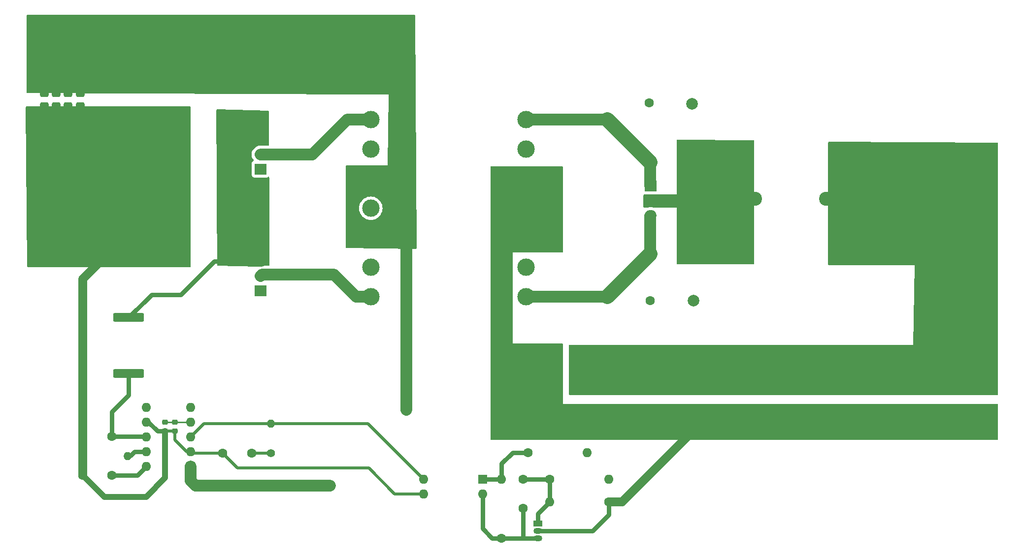
<source format=gbr>
%TF.GenerationSoftware,KiCad,Pcbnew,7.0.2*%
%TF.CreationDate,2023-06-13T00:04:42+03:00*%
%TF.ProjectId,Push_Pull,50757368-5f50-4756-9c6c-2e6b69636164,rev?*%
%TF.SameCoordinates,Original*%
%TF.FileFunction,Copper,L2,Bot*%
%TF.FilePolarity,Positive*%
%FSLAX46Y46*%
G04 Gerber Fmt 4.6, Leading zero omitted, Abs format (unit mm)*
G04 Created by KiCad (PCBNEW 7.0.2) date 2023-06-13 00:04:42*
%MOMM*%
%LPD*%
G01*
G04 APERTURE LIST*
G04 Aperture macros list*
%AMRoundRect*
0 Rectangle with rounded corners*
0 $1 Rounding radius*
0 $2 $3 $4 $5 $6 $7 $8 $9 X,Y pos of 4 corners*
0 Add a 4 corners polygon primitive as box body*
4,1,4,$2,$3,$4,$5,$6,$7,$8,$9,$2,$3,0*
0 Add four circle primitives for the rounded corners*
1,1,$1+$1,$2,$3*
1,1,$1+$1,$4,$5*
1,1,$1+$1,$6,$7*
1,1,$1+$1,$8,$9*
0 Add four rect primitives between the rounded corners*
20,1,$1+$1,$2,$3,$4,$5,0*
20,1,$1+$1,$4,$5,$6,$7,0*
20,1,$1+$1,$6,$7,$8,$9,0*
20,1,$1+$1,$8,$9,$2,$3,0*%
G04 Aperture macros list end*
%TA.AperFunction,ComponentPad*%
%ADD10R,2.000000X1.905000*%
%TD*%
%TA.AperFunction,ComponentPad*%
%ADD11O,2.000000X1.905000*%
%TD*%
%TA.AperFunction,ComponentPad*%
%ADD12R,1.600000X1.600000*%
%TD*%
%TA.AperFunction,ComponentPad*%
%ADD13C,1.600000*%
%TD*%
%TA.AperFunction,ComponentPad*%
%ADD14O,1.600000X1.600000*%
%TD*%
%TA.AperFunction,ComponentPad*%
%ADD15C,1.400000*%
%TD*%
%TA.AperFunction,ComponentPad*%
%ADD16O,1.400000X1.400000*%
%TD*%
%TA.AperFunction,ComponentPad*%
%ADD17C,3.000000*%
%TD*%
%TA.AperFunction,ComponentPad*%
%ADD18C,2.000000*%
%TD*%
%TA.AperFunction,ComponentPad*%
%ADD19R,1.500000X1.050000*%
%TD*%
%TA.AperFunction,ComponentPad*%
%ADD20O,1.500000X1.050000*%
%TD*%
%TA.AperFunction,ComponentPad*%
%ADD21C,2.400000*%
%TD*%
%TA.AperFunction,SMDPad,CuDef*%
%ADD22RoundRect,0.250000X0.475000X-0.250000X0.475000X0.250000X-0.475000X0.250000X-0.475000X-0.250000X0*%
%TD*%
%TA.AperFunction,SMDPad,CuDef*%
%ADD23RoundRect,0.250001X2.399999X-0.487499X2.399999X0.487499X-2.399999X0.487499X-2.399999X-0.487499X0*%
%TD*%
%TA.AperFunction,SMDPad,CuDef*%
%ADD24RoundRect,0.225000X-0.250000X0.225000X-0.250000X-0.225000X0.250000X-0.225000X0.250000X0.225000X0*%
%TD*%
%TA.AperFunction,SMDPad,CuDef*%
%ADD25RoundRect,0.249999X-0.450001X-1.425001X0.450001X-1.425001X0.450001X1.425001X-0.450001X1.425001X0*%
%TD*%
%TA.AperFunction,ViaPad*%
%ADD26C,1.500000*%
%TD*%
%TA.AperFunction,Conductor*%
%ADD27C,1.500000*%
%TD*%
%TA.AperFunction,Conductor*%
%ADD28C,0.500000*%
%TD*%
%TA.AperFunction,Conductor*%
%ADD29C,1.000000*%
%TD*%
%TA.AperFunction,Conductor*%
%ADD30C,0.800000*%
%TD*%
%TA.AperFunction,Conductor*%
%ADD31C,0.250000*%
%TD*%
%TA.AperFunction,Conductor*%
%ADD32C,2.000000*%
%TD*%
%TA.AperFunction,Conductor*%
%ADD33C,2.500000*%
%TD*%
G04 APERTURE END LIST*
D10*
%TO.P,Q1,1,G*%
%TO.N,/G1*%
X144836000Y-55499000D03*
D11*
%TO.P,Q1,2,D*%
%TO.N,/SW1D*%
X144836000Y-52959000D03*
%TO.P,Q1,3,S*%
%TO.N,/Rsh*%
X144836000Y-50419000D03*
%TD*%
D12*
%TO.P,C13,1*%
%TO.N,Vout*%
X206756000Y-92777698D03*
D13*
%TO.P,C13,2*%
%TO.N,GND2*%
X206756000Y-97777698D03*
%TD*%
%TO.P,R11,1*%
%TO.N,Net-(U3-K)*%
X186309000Y-118999000D03*
D14*
%TO.P,R11,2*%
%TO.N,Net-(R11-Pad2)*%
X186309000Y-108839000D03*
%TD*%
D15*
%TO.P,R13,1*%
%TO.N,Net-(C16-Pad2)*%
X146685000Y-104394000D03*
D16*
%TO.P,R13,2*%
%TO.N,/comp*%
X146685000Y-99314000D03*
%TD*%
D13*
%TO.P,R9,1*%
%TO.N,/Vref*%
X194564000Y-108839000D03*
D14*
%TO.P,R9,2*%
%TO.N,Vout*%
X204724000Y-108839000D03*
%TD*%
D17*
%TO.P,U2,1*%
%TO.N,/SW1D*%
X163830000Y-46990000D03*
%TO.P,U2,2*%
%TO.N,N/C*%
X163830000Y-52070000D03*
%TO.P,U2,3*%
%TO.N,VDC*%
X163830000Y-57150000D03*
%TO.P,U2,4*%
%TO.N,N/C*%
X163830000Y-62230000D03*
%TO.P,U2,5*%
%TO.N,VDC*%
X163830000Y-67310000D03*
%TO.P,U2,6*%
%TO.N,N/C*%
X163830000Y-72390000D03*
%TO.P,U2,7*%
%TO.N,/SW2D*%
X163830000Y-77470000D03*
%TO.P,U2,8*%
%TO.N,/VD2*%
X190500000Y-77470000D03*
%TO.P,U2,9*%
%TO.N,N/C*%
X190500000Y-72390000D03*
%TO.P,U2,10*%
%TO.N,GND2*%
X190500000Y-67310000D03*
%TO.P,U2,11*%
X190500000Y-62230000D03*
%TO.P,U2,12*%
X190500000Y-57150000D03*
%TO.P,U2,13*%
%TO.N,N/C*%
X190500000Y-52070000D03*
%TO.P,U2,14*%
%TO.N,/VD1*%
X190500000Y-46990000D03*
%TD*%
D13*
%TO.P,R21,1*%
%TO.N,Net-(C21-Pad2)*%
X211836000Y-78105000D03*
D14*
%TO.P,R21,2*%
%TO.N,/VD2*%
X211836000Y-67945000D03*
%TD*%
D13*
%TO.P,R20,1*%
%TO.N,Net-(C20-Pad2)*%
X211709000Y-44069000D03*
D14*
%TO.P,R20,2*%
%TO.N,/VD1*%
X211709000Y-54229000D03*
%TD*%
D12*
%TO.P,C4,1*%
%TO.N,VDC*%
X128524000Y-41529000D03*
D13*
%TO.P,C4,2*%
%TO.N,GND*%
X128524000Y-46529000D03*
%TD*%
%TO.P,C3,1*%
%TO.N,GND*%
X114340000Y-108204000D03*
%TO.P,C3,2*%
%TO.N,Net-(U1-SS)*%
X119340000Y-108204000D03*
%TD*%
D18*
%TO.P,C20,1*%
%TO.N,/Vsw-out*%
X219075000Y-51756000D03*
%TO.P,C20,2*%
%TO.N,Net-(C20-Pad2)*%
X219075000Y-44256000D03*
%TD*%
D13*
%TO.P,C10,1*%
%TO.N,/CS*%
X119300000Y-101473000D03*
%TO.P,C10,2*%
%TO.N,GND*%
X114300000Y-101473000D03*
%TD*%
%TO.P,R10,1*%
%TO.N,GND2*%
X204724000Y-112776000D03*
D14*
%TO.P,R10,2*%
%TO.N,/Vref*%
X194564000Y-112776000D03*
%TD*%
D18*
%TO.P,C21,1*%
%TO.N,/Vsw-out*%
X219329000Y-70672000D03*
%TO.P,C21,2*%
%TO.N,Net-(C21-Pad2)*%
X219329000Y-78172000D03*
%TD*%
D12*
%TO.P,C11,1*%
%TO.N,Vout*%
X230886000Y-92720349D03*
D13*
%TO.P,C11,2*%
%TO.N,GND2*%
X230886000Y-97720349D03*
%TD*%
D12*
%TO.P,C14,1*%
%TO.N,Vout*%
X199633651Y-92837000D03*
D13*
%TO.P,C14,2*%
%TO.N,GND2*%
X194633651Y-92837000D03*
%TD*%
D12*
%TO.P,C5,1*%
%TO.N,VDC*%
X119888000Y-41656000D03*
D13*
%TO.P,C5,2*%
%TO.N,GND*%
X119888000Y-46656000D03*
%TD*%
D12*
%TO.P,C12,1*%
%TO.N,Vout*%
X219456000Y-92720349D03*
D13*
%TO.P,C12,2*%
%TO.N,GND2*%
X219456000Y-97720349D03*
%TD*%
D12*
%TO.P,C1,1*%
%TO.N,Vout*%
X252476000Y-92720349D03*
D13*
%TO.P,C1,2*%
%TO.N,GND2*%
X252476000Y-97720349D03*
%TD*%
%TO.P,C16,1*%
%TO.N,GND*%
X138343000Y-104394000D03*
%TO.P,C16,2*%
%TO.N,Net-(C16-Pad2)*%
X143343000Y-104394000D03*
%TD*%
D19*
%TO.P,U3,1,REF*%
%TO.N,/Vref*%
X192553000Y-116459000D03*
D20*
%TO.P,U3,2,A*%
%TO.N,GND2*%
X192553000Y-117729000D03*
%TO.P,U3,3,K*%
%TO.N,Net-(U3-K)*%
X192553000Y-118999000D03*
%TD*%
D12*
%TO.P,U1,1,Vin*%
%TO.N,VDC*%
X132857000Y-106675000D03*
D14*
%TO.P,U1,2,Vfb*%
%TO.N,GND*%
X132857000Y-104135000D03*
%TO.P,U1,3,Comp*%
%TO.N,/comp*%
X132857000Y-101595000D03*
%TO.P,U1,4,Vcc*%
%TO.N,Net-(U1-Vcc)*%
X132857000Y-99055000D03*
%TO.P,U1,5,OUT1*%
%TO.N,/OUT2*%
X132857000Y-96515000D03*
%TO.P,U1,6,OUT2*%
%TO.N,/OUT1*%
X125237000Y-96515000D03*
%TO.P,U1,7,GND*%
%TO.N,GND*%
X125237000Y-99055000D03*
%TO.P,U1,8,CS*%
%TO.N,/CS*%
X125237000Y-101595000D03*
%TO.P,U1,9,RT*%
%TO.N,Net-(U1-RT)*%
X125237000Y-104135000D03*
%TO.P,U1,10,SS*%
%TO.N,Net-(U1-SS)*%
X125237000Y-106675000D03*
%TD*%
D13*
%TO.P,C15,1*%
%TO.N,Net-(U3-K)*%
X189992000Y-113879000D03*
%TO.P,C15,2*%
%TO.N,/Vref*%
X189992000Y-108879000D03*
%TD*%
D10*
%TO.P,Q2,1,G*%
%TO.N,/G2*%
X144836000Y-76454000D03*
D11*
%TO.P,Q2,2,D*%
%TO.N,/SW2D*%
X144836000Y-73914000D03*
%TO.P,Q2,3,S*%
%TO.N,/Rsh*%
X144836000Y-71374000D03*
%TD*%
D10*
%TO.P,D1,1,K*%
%TO.N,/VD1*%
X211911000Y-58420000D03*
D11*
%TO.P,D1,2,A*%
%TO.N,/Vsw-out*%
X211911000Y-60960000D03*
%TO.P,D1,3,K*%
%TO.N,/VD2*%
X211911000Y-63500000D03*
%TD*%
D12*
%TO.P,C2,1*%
%TO.N,Vout*%
X241935000Y-92720349D03*
D13*
%TO.P,C2,2*%
%TO.N,GND2*%
X241935000Y-97720349D03*
%TD*%
%TO.P,R12,1*%
%TO.N,Net-(R11-Pad2)*%
X190881000Y-104267000D03*
D14*
%TO.P,R12,2*%
%TO.N,Vout*%
X201041000Y-104267000D03*
%TD*%
D15*
%TO.P,R5,1*%
%TO.N,GND*%
X114427000Y-104902000D03*
D16*
%TO.P,R5,2*%
%TO.N,Net-(U1-RT)*%
X122047000Y-104902000D03*
%TD*%
D21*
%TO.P,L1,1,1*%
%TO.N,/Vsw-out*%
X229866000Y-60579000D03*
%TO.P,L1,2,2*%
%TO.N,Vout*%
X242066000Y-60579000D03*
%TD*%
D22*
%TO.P,C17,1*%
%TO.N,GND*%
X111760000Y-44511000D03*
%TO.P,C17,2*%
%TO.N,VDC*%
X111760000Y-42611000D03*
%TD*%
D23*
%TO.P,R8,1*%
%TO.N,/CS*%
X122174000Y-90664500D03*
%TO.P,R8,2*%
%TO.N,/Rsh*%
X122174000Y-81039500D03*
%TD*%
D22*
%TO.P,C7,1*%
%TO.N,GND*%
X109728000Y-44511000D03*
%TO.P,C7,2*%
%TO.N,VDC*%
X109728000Y-42611000D03*
%TD*%
D24*
%TO.P,C8,1*%
%TO.N,Net-(U1-Vcc)*%
X128473000Y-99047000D03*
%TO.P,C8,2*%
%TO.N,GND*%
X128473000Y-100597000D03*
%TD*%
%TO.P,C9,1*%
%TO.N,Net-(U1-Vcc)*%
X130175000Y-99047000D03*
%TO.P,C9,2*%
%TO.N,GND*%
X130175000Y-100597000D03*
%TD*%
D25*
%TO.P,R6,1*%
%TO.N,GND*%
X131951000Y-58674000D03*
%TO.P,R6,2*%
%TO.N,/Rsh*%
X138051000Y-58674000D03*
%TD*%
D22*
%TO.P,C22,1*%
%TO.N,GND*%
X113919000Y-44511000D03*
%TO.P,C22,2*%
%TO.N,VDC*%
X113919000Y-42611000D03*
%TD*%
%TO.P,C6,1*%
%TO.N,GND*%
X107696000Y-44511000D03*
%TO.P,C6,2*%
%TO.N,VDC*%
X107696000Y-42611000D03*
%TD*%
D12*
%TO.P,U4,1*%
%TO.N,Net-(R11-Pad2)*%
X183027000Y-108834000D03*
D14*
%TO.P,U4,2*%
%TO.N,Net-(U3-K)*%
X183027000Y-111374000D03*
%TO.P,U4,3*%
%TO.N,GND*%
X172867000Y-111374000D03*
%TO.P,U4,4*%
%TO.N,/comp*%
X172867000Y-108834000D03*
%TD*%
D25*
%TO.P,R7,1*%
%TO.N,GND*%
X131951000Y-65024000D03*
%TO.P,R7,2*%
%TO.N,/Rsh*%
X138051000Y-65024000D03*
%TD*%
D26*
%TO.N,VDC*%
X169926000Y-96901000D03*
X156845000Y-109982000D03*
%TD*%
D27*
%TO.N,GND*%
X114340000Y-108204000D02*
X114340000Y-101513000D01*
D28*
X130175000Y-100597000D02*
X130175000Y-102108000D01*
D27*
X132862000Y-104140000D02*
X132857000Y-104135000D01*
D28*
X138343000Y-104394000D02*
X140890000Y-106941000D01*
D29*
X125222000Y-111887000D02*
X128473000Y-108636000D01*
D28*
X163456000Y-106941000D02*
X167889000Y-111374000D01*
D27*
X114300000Y-74422000D02*
X114300000Y-101473000D01*
X114340000Y-101513000D02*
X114300000Y-101473000D01*
D29*
X114340000Y-108204000D02*
X118023000Y-111887000D01*
D28*
X133116000Y-104394000D02*
X132857000Y-104135000D01*
D27*
X131951000Y-65024000D02*
X123698000Y-65024000D01*
D30*
X127140000Y-100597000D02*
X128473000Y-100597000D01*
D28*
X128473000Y-100597000D02*
X130175000Y-100597000D01*
D30*
X125598000Y-99055000D02*
X127140000Y-100597000D01*
D28*
X130175000Y-102108000D02*
X132202000Y-104135000D01*
D27*
X123698000Y-65024000D02*
X114300000Y-74422000D01*
D28*
X132202000Y-104135000D02*
X132857000Y-104135000D01*
X138343000Y-104394000D02*
X133116000Y-104394000D01*
D29*
X118023000Y-111887000D02*
X125222000Y-111887000D01*
D28*
X167889000Y-111374000D02*
X172867000Y-111374000D01*
X140890000Y-106941000D02*
X163456000Y-106941000D01*
D29*
X128473000Y-108636000D02*
X128473000Y-100597000D01*
D30*
X125237000Y-99055000D02*
X125598000Y-99055000D01*
%TO.N,Net-(U1-RT)*%
X122047000Y-104775000D02*
X122555000Y-104775000D01*
X122555000Y-104775000D02*
X123195000Y-104135000D01*
X123195000Y-104135000D02*
X125237000Y-104135000D01*
%TO.N,/CS*%
X119300000Y-101473000D02*
X119300000Y-97235000D01*
D31*
X125115000Y-101473000D02*
X125237000Y-101595000D01*
D30*
X119300000Y-97235000D02*
X122174000Y-94361000D01*
X119427000Y-101473000D02*
X125115000Y-101473000D01*
X122174000Y-94361000D02*
X122174000Y-90664500D01*
%TO.N,/Vref*%
X194524000Y-108879000D02*
X194564000Y-108839000D01*
X189992000Y-108879000D02*
X194524000Y-108879000D01*
X194564000Y-112776000D02*
X194564000Y-108839000D01*
X192553000Y-114787000D02*
X194564000Y-112776000D01*
X192553000Y-116459000D02*
X192553000Y-114787000D01*
%TO.N,GND2*%
X204724000Y-114935000D02*
X201930000Y-117729000D01*
X201930000Y-117729000D02*
X192553000Y-117729000D01*
X204724000Y-112776000D02*
X204724000Y-114935000D01*
D27*
X207010000Y-112776000D02*
X219456000Y-100330000D01*
X219456000Y-100330000D02*
X219456000Y-97720349D01*
X204724000Y-112776000D02*
X207010000Y-112776000D01*
D30*
%TO.N,Net-(U3-K)*%
X183027000Y-117368000D02*
X183027000Y-111374000D01*
X186309000Y-118999000D02*
X184658000Y-118999000D01*
X189992000Y-113879000D02*
X189992000Y-118999000D01*
X184658000Y-118999000D02*
X183027000Y-117368000D01*
X192553000Y-118999000D02*
X189992000Y-118999000D01*
X189992000Y-118999000D02*
X186309000Y-118999000D01*
%TO.N,Net-(R11-Pad2)*%
X186304000Y-108834000D02*
X186309000Y-108839000D01*
X186309000Y-106172000D02*
X186309000Y-108839000D01*
X190881000Y-104267000D02*
X188214000Y-104267000D01*
X183027000Y-108834000D02*
X186304000Y-108834000D01*
X188214000Y-104267000D02*
X186309000Y-106172000D01*
D31*
%TO.N,Net-(U1-Vcc)*%
X132857000Y-99055000D02*
X130183000Y-99055000D01*
X130183000Y-99055000D02*
X130175000Y-99047000D01*
X130175000Y-99047000D02*
X128473000Y-99047000D01*
D30*
%TO.N,Net-(U1-SS)*%
X119340000Y-108204000D02*
X123708000Y-108204000D01*
X123708000Y-108204000D02*
X125237000Y-106675000D01*
D32*
%TO.N,/VD1*%
X190500000Y-46990000D02*
X204474000Y-46990000D01*
D33*
X204474000Y-46990000D02*
X211840000Y-54356000D01*
D32*
X211840000Y-54356000D02*
X211840000Y-58349000D01*
%TO.N,/VD2*%
X211840000Y-70104000D02*
X211840000Y-63571000D01*
D33*
X204474000Y-77470000D02*
X211840000Y-70104000D01*
D32*
X190500000Y-77470000D02*
X204474000Y-77470000D01*
%TO.N,/SW1D*%
X159766000Y-46990000D02*
X153797000Y-52959000D01*
X153797000Y-52959000D02*
X144836000Y-52959000D01*
X163830000Y-46990000D02*
X159766000Y-46990000D01*
D30*
%TO.N,/Rsh*%
X131191000Y-77089000D02*
X126124500Y-77089000D01*
X136906000Y-71374000D02*
X131191000Y-77089000D01*
X144836000Y-71374000D02*
X136906000Y-71374000D01*
X126124500Y-77089000D02*
X122174000Y-81039500D01*
D32*
%TO.N,/SW2D*%
X145090000Y-73660000D02*
X157480000Y-73660000D01*
X144836000Y-73914000D02*
X145090000Y-73660000D01*
X157480000Y-73660000D02*
X161290000Y-77470000D01*
X161290000Y-77470000D02*
X163830000Y-77470000D01*
%TO.N,VDC*%
X169926000Y-67310000D02*
X169926000Y-96901000D01*
X163830000Y-67310000D02*
X169926000Y-67310000D01*
X133731000Y-109982000D02*
X132857000Y-109108000D01*
X132857000Y-109108000D02*
X132857000Y-106675000D01*
X156845000Y-109982000D02*
X133731000Y-109982000D01*
D28*
%TO.N,Net-(C16-Pad2)*%
X143343000Y-104394000D02*
X146431000Y-104394000D01*
%TO.N,/comp*%
X135138000Y-99314000D02*
X132857000Y-101595000D01*
X163347000Y-99314000D02*
X146431000Y-99314000D01*
X172867000Y-108834000D02*
X163347000Y-99314000D01*
X146431000Y-99314000D02*
X135138000Y-99314000D01*
%TD*%
%TA.AperFunction,Conductor*%
%TO.N,VDC*%
G36*
X171393818Y-28975685D02*
G01*
X171439573Y-29028489D01*
X171450777Y-29079218D01*
X171703204Y-69088911D01*
X171683942Y-69156073D01*
X171631428Y-69202160D01*
X171577914Y-69213686D01*
X159634708Y-69089278D01*
X159567878Y-69068896D01*
X159522675Y-69015619D01*
X159512000Y-68965285D01*
X159512000Y-62230000D01*
X161824389Y-62230000D01*
X161844804Y-62515429D01*
X161905629Y-62795041D01*
X161905631Y-62795046D01*
X161984420Y-63006288D01*
X162005634Y-63063163D01*
X162142772Y-63314313D01*
X162228517Y-63428854D01*
X162314261Y-63543395D01*
X162516605Y-63745739D01*
X162608904Y-63814833D01*
X162745686Y-63917227D01*
X162885435Y-63993535D01*
X162996839Y-64054367D01*
X163264954Y-64154369D01*
X163264957Y-64154369D01*
X163264958Y-64154370D01*
X163317217Y-64165738D01*
X163544572Y-64215196D01*
X163830000Y-64235610D01*
X164115428Y-64215196D01*
X164395046Y-64154369D01*
X164663161Y-64054367D01*
X164914315Y-63917226D01*
X165143395Y-63745739D01*
X165345739Y-63543395D01*
X165517226Y-63314315D01*
X165654367Y-63063161D01*
X165754369Y-62795046D01*
X165815196Y-62515428D01*
X165835610Y-62230000D01*
X165815196Y-61944572D01*
X165754369Y-61664954D01*
X165654367Y-61396839D01*
X165517226Y-61145685D01*
X165345739Y-60916605D01*
X165143395Y-60714261D01*
X165028855Y-60628517D01*
X164914313Y-60542772D01*
X164663163Y-60405634D01*
X164663162Y-60405633D01*
X164663161Y-60405633D01*
X164395046Y-60305631D01*
X164395041Y-60305629D01*
X164115429Y-60244804D01*
X163830000Y-60224389D01*
X163544570Y-60244804D01*
X163264958Y-60305629D01*
X162996836Y-60405634D01*
X162745686Y-60542772D01*
X162516602Y-60714263D01*
X162314263Y-60916602D01*
X162142772Y-61145686D01*
X162005634Y-61396836D01*
X161905629Y-61664958D01*
X161844804Y-61944570D01*
X161824389Y-62230000D01*
X159512000Y-62230000D01*
X159512000Y-54988000D01*
X159531685Y-54920961D01*
X159584489Y-54875206D01*
X159636000Y-54864000D01*
X166751000Y-54864000D01*
X166878000Y-42672000D01*
X162441817Y-42653893D01*
X104771493Y-42418504D01*
X104704534Y-42398546D01*
X104658995Y-42345556D01*
X104648000Y-42294509D01*
X104648000Y-29080000D01*
X104667685Y-29012961D01*
X104720489Y-28967206D01*
X104772000Y-28956000D01*
X171326779Y-28956000D01*
X171393818Y-28975685D01*
G37*
%TD.AperFunction*%
%TD*%
%TA.AperFunction,Conductor*%
%TO.N,GND2*%
G36*
X196793039Y-55010685D02*
G01*
X196838794Y-55063489D01*
X196850000Y-55115000D01*
X196850000Y-69726000D01*
X196830315Y-69793039D01*
X196777511Y-69838794D01*
X196726000Y-69850000D01*
X188214000Y-69850000D01*
X188214000Y-85471000D01*
X196726000Y-85471000D01*
X196793039Y-85490685D01*
X196838794Y-85543489D01*
X196850000Y-85594999D01*
X196850000Y-92964000D01*
X196850000Y-95885000D01*
X271529000Y-95885000D01*
X271596039Y-95904685D01*
X271641794Y-95957489D01*
X271653000Y-96009000D01*
X271653000Y-101984000D01*
X271633315Y-102051039D01*
X271580511Y-102096794D01*
X271529000Y-102108000D01*
X184528000Y-102108000D01*
X184460961Y-102088315D01*
X184415206Y-102035511D01*
X184404000Y-101984000D01*
X184404000Y-55115000D01*
X184423685Y-55047961D01*
X184476489Y-55002206D01*
X184528000Y-54991000D01*
X196726000Y-54991000D01*
X196793039Y-55010685D01*
G37*
%TD.AperFunction*%
%TD*%
%TA.AperFunction,Conductor*%
%TO.N,/Rsh*%
G36*
X146184059Y-45462621D02*
G01*
X146250516Y-45484186D01*
X146294766Y-45538257D01*
X146304565Y-45585987D01*
X146331679Y-51333915D01*
X146312311Y-51401047D01*
X146259723Y-51447050D01*
X146207680Y-51458500D01*
X144773933Y-51458500D01*
X144656111Y-51468262D01*
X144588177Y-51473892D01*
X144466086Y-51504810D01*
X144347119Y-51534937D01*
X144347116Y-51534938D01*
X144347117Y-51534938D01*
X144119395Y-51634825D01*
X143980607Y-51725499D01*
X143911215Y-51770836D01*
X143911213Y-51770837D01*
X143911214Y-51770837D01*
X143728259Y-51939259D01*
X143575529Y-52135485D01*
X143457170Y-52354194D01*
X143376429Y-52589384D01*
X143376429Y-52589386D01*
X143335500Y-52834665D01*
X143335500Y-53083335D01*
X143376429Y-53328614D01*
X143457172Y-53563810D01*
X143575526Y-53782509D01*
X143668996Y-53902600D01*
X143694639Y-53967592D01*
X143681073Y-54036132D01*
X143632604Y-54086457D01*
X143614479Y-54094942D01*
X143593670Y-54102703D01*
X143478454Y-54188954D01*
X143392204Y-54304168D01*
X143371940Y-54358500D01*
X143341909Y-54439017D01*
X143335500Y-54498627D01*
X143335500Y-54501948D01*
X143335500Y-54501949D01*
X143335500Y-56496060D01*
X143335500Y-56496078D01*
X143335501Y-56499372D01*
X143341909Y-56558983D01*
X143392204Y-56693831D01*
X143478454Y-56809046D01*
X143593669Y-56895296D01*
X143728517Y-56945591D01*
X143788127Y-56952000D01*
X145883872Y-56951999D01*
X145943483Y-56945591D01*
X146078331Y-56895296D01*
X146159781Y-56834322D01*
X146225243Y-56809906D01*
X146293516Y-56824757D01*
X146342922Y-56874162D01*
X146358089Y-56933005D01*
X146429325Y-72034915D01*
X146409957Y-72102047D01*
X146357369Y-72148050D01*
X146305326Y-72159500D01*
X145190864Y-72159500D01*
X145175526Y-72158548D01*
X145152219Y-72155642D01*
X145061536Y-72159394D01*
X145056411Y-72159500D01*
X145027933Y-72159500D01*
X145025406Y-72159709D01*
X145025389Y-72159710D01*
X144999538Y-72161852D01*
X144994428Y-72162169D01*
X144903761Y-72165920D01*
X144880781Y-72170738D01*
X144865581Y-72172952D01*
X144842180Y-72174891D01*
X144754191Y-72197172D01*
X144749202Y-72198326D01*
X144660386Y-72216950D01*
X144638515Y-72225484D01*
X144623890Y-72230169D01*
X144601120Y-72235936D01*
X144518020Y-72272386D01*
X144513288Y-72274346D01*
X144428727Y-72307343D01*
X144417600Y-72313973D01*
X144350641Y-72331397D01*
X137533941Y-72139378D01*
X137467483Y-72117813D01*
X137423233Y-72063742D01*
X137413434Y-72016012D01*
X137342377Y-56951999D01*
X137287604Y-45340142D01*
X137306973Y-45273012D01*
X137359560Y-45227009D01*
X137415093Y-45215608D01*
X146184059Y-45462621D01*
G37*
%TD.AperFunction*%
%TD*%
%TA.AperFunction,Conductor*%
%TO.N,GND*%
G36*
X132785039Y-44723685D02*
G01*
X132830794Y-44776489D01*
X132842000Y-44828000D01*
X132842000Y-72266000D01*
X132822315Y-72333039D01*
X132769511Y-72378794D01*
X132718000Y-72390000D01*
X104897868Y-72390000D01*
X104830829Y-72370315D01*
X104785074Y-72317511D01*
X104773873Y-72267138D01*
X104522148Y-44829138D01*
X104541217Y-44761920D01*
X104593599Y-44715683D01*
X104646143Y-44704000D01*
X132718000Y-44704000D01*
X132785039Y-44723685D01*
G37*
%TD.AperFunction*%
%TD*%
%TA.AperFunction,Conductor*%
%TO.N,/Vsw-out*%
G36*
X229620182Y-50544830D02*
G01*
X229687030Y-50565152D01*
X229732280Y-50618389D01*
X229743000Y-50668824D01*
X229743000Y-71758000D01*
X229723315Y-71825039D01*
X229670511Y-71870794D01*
X229619000Y-71882000D01*
X216536000Y-71882000D01*
X216468961Y-71862315D01*
X216423206Y-71809511D01*
X216412000Y-71758000D01*
X216412000Y-62103000D01*
X212376215Y-62103000D01*
X212345775Y-62099206D01*
X212198477Y-62061905D01*
X212165532Y-62059175D01*
X212018600Y-62047000D01*
X211803400Y-62047000D01*
X211689411Y-62056445D01*
X211623522Y-62061905D01*
X211476225Y-62099206D01*
X211445785Y-62103000D01*
X210821000Y-62103000D01*
X210753961Y-62083315D01*
X210708206Y-62030511D01*
X210697000Y-61979000D01*
X210697000Y-59993185D01*
X210716685Y-59926146D01*
X210769489Y-59880391D01*
X210834255Y-59869896D01*
X210849676Y-59871553D01*
X210863127Y-59873000D01*
X212958872Y-59872999D01*
X213018483Y-59866591D01*
X213130482Y-59824817D01*
X213173815Y-59817000D01*
X216412000Y-59817000D01*
X216412000Y-59816999D01*
X216408054Y-50546000D01*
X216408053Y-50544237D01*
X216427709Y-50477191D01*
X216480494Y-50431414D01*
X216533230Y-50420192D01*
X229620182Y-50544830D01*
G37*
%TD.AperFunction*%
%TD*%
%TA.AperFunction,Conductor*%
%TO.N,Vout*%
G36*
X271529539Y-50926463D02*
G01*
X271596492Y-50946439D01*
X271642017Y-50999441D01*
X271653000Y-51050462D01*
X271653000Y-94237000D01*
X271633315Y-94304039D01*
X271580511Y-94349794D01*
X271529000Y-94361000D01*
X197990000Y-94361000D01*
X197922961Y-94341315D01*
X197877206Y-94288511D01*
X197866000Y-94237000D01*
X197866000Y-85849000D01*
X197885685Y-85781961D01*
X197938489Y-85736206D01*
X197990000Y-85725000D01*
X257047999Y-85725000D01*
X257048000Y-85725000D01*
X257302000Y-72009000D01*
X242567000Y-72009000D01*
X242499961Y-71989315D01*
X242454206Y-71936511D01*
X242443000Y-71885000D01*
X242443000Y-50924540D01*
X242462685Y-50857501D01*
X242515489Y-50811746D01*
X242567536Y-50800541D01*
X271529539Y-50926463D01*
G37*
%TD.AperFunction*%
%TD*%
M02*

</source>
